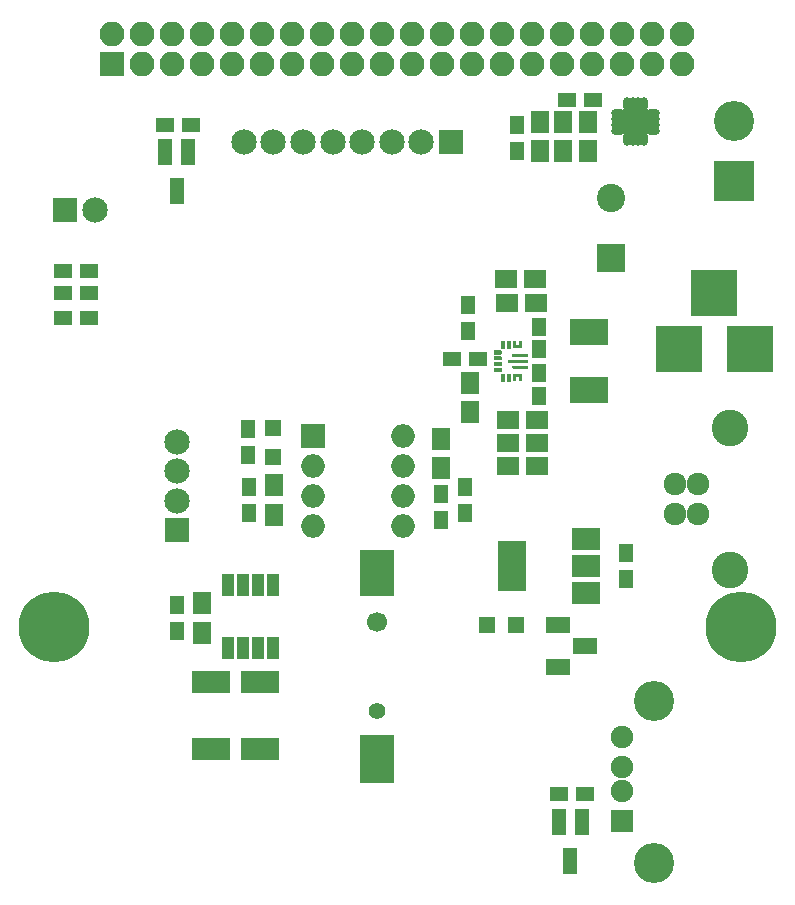
<source format=gbr>
G04 #@! TF.GenerationSoftware,KiCad,Pcbnew,5.0.0-rc2-unknown-03fa645~65~ubuntu16.04.1*
G04 #@! TF.CreationDate,2018-06-29T10:26:33+12:00*
G04 #@! TF.ProjectId,pi-hat,70692D6861742E6B696361645F706362,rev?*
G04 #@! TF.SameCoordinates,Original*
G04 #@! TF.FileFunction,Soldermask,Top*
G04 #@! TF.FilePolarity,Negative*
%FSLAX46Y46*%
G04 Gerber Fmt 4.6, Leading zero omitted, Abs format (unit mm)*
G04 Created by KiCad (PCBNEW 5.0.0-rc2-unknown-03fa645~65~ubuntu16.04.1) date Fri Jun 29 10:26:33 2018*
%MOMM*%
%LPD*%
G01*
G04 APERTURE LIST*
%ADD10R,2.000000X1.400000*%
%ADD11R,3.200000X2.300000*%
%ADD12C,0.100000*%
%ADD13C,0.250000*%
%ADD14C,0.350000*%
%ADD15R,3.000000X4.060000*%
%ADD16R,3.000000X3.940000*%
%ADD17C,1.700000*%
%ADD18C,1.400000*%
%ADD19R,3.250000X1.830000*%
%ADD20R,1.300000X1.600000*%
%ADD21R,1.650000X1.900000*%
%ADD22C,2.400000*%
%ADD23R,2.400000X2.400000*%
%ADD24R,1.900000X1.650000*%
%ADD25R,1.150000X1.600000*%
%ADD26R,1.600000X1.300000*%
%ADD27R,1.400000X1.400000*%
%ADD28C,3.400000*%
%ADD29R,3.400000X3.400000*%
%ADD30R,1.300000X1.300000*%
%ADD31O,0.700000X1.150000*%
%ADD32O,1.150000X0.700000*%
%ADD33R,3.900000X3.900000*%
%ADD34R,2.400000X1.900000*%
%ADD35R,2.400000X4.200000*%
%ADD36O,2.000000X2.000000*%
%ADD37R,2.000000X2.000000*%
%ADD38C,2.150000*%
%ADD39R,2.150000X2.150000*%
%ADD40R,1.000000X1.950000*%
%ADD41O,2.100000X2.100000*%
%ADD42R,2.100000X2.100000*%
%ADD43R,1.200000X2.200000*%
%ADD44C,1.900000*%
%ADD45R,1.900000X1.900000*%
%ADD46C,1.920000*%
%ADD47C,3.100000*%
%ADD48C,6.000000*%
G04 APERTURE END LIST*
D10*
G04 #@! TO.C,SW1*
X146250000Y-156050000D03*
X148550000Y-154300000D03*
X146250000Y-152550000D03*
G04 #@! TD*
D11*
G04 #@! TO.C,L2*
X148835568Y-127729229D03*
X148835568Y-132629229D03*
G04 #@! TD*
D12*
G04 #@! TO.C,U7*
G36*
X143686969Y-129562469D02*
X143691823Y-129563189D01*
X143696582Y-129564381D01*
X143701202Y-129566034D01*
X143705638Y-129568132D01*
X143709847Y-129570655D01*
X143713788Y-129573577D01*
X143717423Y-129576873D01*
X143720719Y-129580508D01*
X143723641Y-129584449D01*
X143726164Y-129588658D01*
X143728262Y-129593094D01*
X143729915Y-129597714D01*
X143731107Y-129602473D01*
X143731827Y-129607327D01*
X143732068Y-129612228D01*
X143732068Y-129762228D01*
X143731827Y-129767129D01*
X143731107Y-129771983D01*
X143729915Y-129776742D01*
X143728262Y-129781362D01*
X143726164Y-129785798D01*
X143723641Y-129790007D01*
X143720719Y-129793948D01*
X143717423Y-129797583D01*
X143713788Y-129800879D01*
X143709847Y-129803801D01*
X143705638Y-129806324D01*
X143701202Y-129808422D01*
X143696582Y-129810075D01*
X143691823Y-129811267D01*
X143686969Y-129811987D01*
X143682068Y-129812228D01*
X142432068Y-129812228D01*
X142427167Y-129811987D01*
X142422313Y-129811267D01*
X142417554Y-129810075D01*
X142412934Y-129808422D01*
X142408498Y-129806324D01*
X142404289Y-129803801D01*
X142400348Y-129800879D01*
X142396713Y-129797583D01*
X142393417Y-129793948D01*
X142390495Y-129790007D01*
X142387972Y-129785798D01*
X142385874Y-129781362D01*
X142384221Y-129776742D01*
X142383029Y-129771983D01*
X142382309Y-129767129D01*
X142382068Y-129762228D01*
X142382068Y-129612228D01*
X142382309Y-129607327D01*
X142383029Y-129602473D01*
X142384221Y-129597714D01*
X142385874Y-129593094D01*
X142387972Y-129588658D01*
X142390495Y-129584449D01*
X142393417Y-129580508D01*
X142396713Y-129576873D01*
X142400348Y-129573577D01*
X142404289Y-129570655D01*
X142408498Y-129568132D01*
X142412934Y-129566034D01*
X142417554Y-129564381D01*
X142422313Y-129563189D01*
X142427167Y-129562469D01*
X142432068Y-129562228D01*
X143682068Y-129562228D01*
X143686969Y-129562469D01*
X143686969Y-129562469D01*
G37*
D13*
X143057068Y-129687228D03*
D12*
G36*
X143686969Y-130062469D02*
X143691823Y-130063189D01*
X143696582Y-130064381D01*
X143701202Y-130066034D01*
X143705638Y-130068132D01*
X143709847Y-130070655D01*
X143713788Y-130073577D01*
X143717423Y-130076873D01*
X143720719Y-130080508D01*
X143723641Y-130084449D01*
X143726164Y-130088658D01*
X143728262Y-130093094D01*
X143729915Y-130097714D01*
X143731107Y-130102473D01*
X143731827Y-130107327D01*
X143732068Y-130112228D01*
X143732068Y-130262228D01*
X143731827Y-130267129D01*
X143731107Y-130271983D01*
X143729915Y-130276742D01*
X143728262Y-130281362D01*
X143726164Y-130285798D01*
X143723641Y-130290007D01*
X143720719Y-130293948D01*
X143717423Y-130297583D01*
X143713788Y-130300879D01*
X143709847Y-130303801D01*
X143705638Y-130306324D01*
X143701202Y-130308422D01*
X143696582Y-130310075D01*
X143691823Y-130311267D01*
X143686969Y-130311987D01*
X143682068Y-130312228D01*
X142082068Y-130312228D01*
X142077167Y-130311987D01*
X142072313Y-130311267D01*
X142067554Y-130310075D01*
X142062934Y-130308422D01*
X142058498Y-130306324D01*
X142054289Y-130303801D01*
X142050348Y-130300879D01*
X142046713Y-130297583D01*
X142043417Y-130293948D01*
X142040495Y-130290007D01*
X142037972Y-130285798D01*
X142035874Y-130281362D01*
X142034221Y-130276742D01*
X142033029Y-130271983D01*
X142032309Y-130267129D01*
X142032068Y-130262228D01*
X142032068Y-130112228D01*
X142032309Y-130107327D01*
X142033029Y-130102473D01*
X142034221Y-130097714D01*
X142035874Y-130093094D01*
X142037972Y-130088658D01*
X142040495Y-130084449D01*
X142043417Y-130080508D01*
X142046713Y-130076873D01*
X142050348Y-130073577D01*
X142054289Y-130070655D01*
X142058498Y-130068132D01*
X142062934Y-130066034D01*
X142067554Y-130064381D01*
X142072313Y-130063189D01*
X142077167Y-130062469D01*
X142082068Y-130062228D01*
X143682068Y-130062228D01*
X143686969Y-130062469D01*
X143686969Y-130062469D01*
G37*
D13*
X142882068Y-130187228D03*
D12*
G36*
X142636969Y-128487469D02*
X142641823Y-128488189D01*
X142646582Y-128489381D01*
X142651202Y-128491034D01*
X142655638Y-128493132D01*
X142659847Y-128495655D01*
X142663788Y-128498577D01*
X142667423Y-128501873D01*
X142670719Y-128505508D01*
X142673641Y-128509449D01*
X142676164Y-128513658D01*
X142678262Y-128518094D01*
X142679915Y-128522714D01*
X142681107Y-128527473D01*
X142681827Y-128532327D01*
X142682068Y-128537228D01*
X142682068Y-129037228D01*
X142681827Y-129042129D01*
X142681107Y-129046983D01*
X142679915Y-129051742D01*
X142678262Y-129056362D01*
X142676164Y-129060798D01*
X142673641Y-129065007D01*
X142670719Y-129068948D01*
X142667423Y-129072583D01*
X142663788Y-129075879D01*
X142659847Y-129078801D01*
X142655638Y-129081324D01*
X142651202Y-129083422D01*
X142646582Y-129085075D01*
X142641823Y-129086267D01*
X142636969Y-129086987D01*
X142632068Y-129087228D01*
X142482068Y-129087228D01*
X142477167Y-129086987D01*
X142472313Y-129086267D01*
X142467554Y-129085075D01*
X142462934Y-129083422D01*
X142458498Y-129081324D01*
X142454289Y-129078801D01*
X142450348Y-129075879D01*
X142446713Y-129072583D01*
X142443417Y-129068948D01*
X142440495Y-129065007D01*
X142437972Y-129060798D01*
X142435874Y-129056362D01*
X142434221Y-129051742D01*
X142433029Y-129046983D01*
X142432309Y-129042129D01*
X142432068Y-129037228D01*
X142432068Y-128537228D01*
X142432309Y-128532327D01*
X142433029Y-128527473D01*
X142434221Y-128522714D01*
X142435874Y-128518094D01*
X142437972Y-128513658D01*
X142440495Y-128509449D01*
X142443417Y-128505508D01*
X142446713Y-128501873D01*
X142450348Y-128498577D01*
X142454289Y-128495655D01*
X142458498Y-128493132D01*
X142462934Y-128491034D01*
X142467554Y-128489381D01*
X142472313Y-128488189D01*
X142477167Y-128487469D01*
X142482068Y-128487228D01*
X142632068Y-128487228D01*
X142636969Y-128487469D01*
X142636969Y-128487469D01*
G37*
D13*
X142557068Y-128787228D03*
D12*
G36*
X143136969Y-128487469D02*
X143141823Y-128488189D01*
X143146582Y-128489381D01*
X143151202Y-128491034D01*
X143155638Y-128493132D01*
X143159847Y-128495655D01*
X143163788Y-128498577D01*
X143167423Y-128501873D01*
X143170719Y-128505508D01*
X143173641Y-128509449D01*
X143176164Y-128513658D01*
X143178262Y-128518094D01*
X143179915Y-128522714D01*
X143181107Y-128527473D01*
X143181827Y-128532327D01*
X143182068Y-128537228D01*
X143182068Y-129037228D01*
X143181827Y-129042129D01*
X143181107Y-129046983D01*
X143179915Y-129051742D01*
X143178262Y-129056362D01*
X143176164Y-129060798D01*
X143173641Y-129065007D01*
X143170719Y-129068948D01*
X143167423Y-129072583D01*
X143163788Y-129075879D01*
X143159847Y-129078801D01*
X143155638Y-129081324D01*
X143151202Y-129083422D01*
X143146582Y-129085075D01*
X143141823Y-129086267D01*
X143136969Y-129086987D01*
X143132068Y-129087228D01*
X142982068Y-129087228D01*
X142977167Y-129086987D01*
X142972313Y-129086267D01*
X142967554Y-129085075D01*
X142962934Y-129083422D01*
X142958498Y-129081324D01*
X142954289Y-129078801D01*
X142950348Y-129075879D01*
X142946713Y-129072583D01*
X142943417Y-129068948D01*
X142940495Y-129065007D01*
X142937972Y-129060798D01*
X142935874Y-129056362D01*
X142934221Y-129051742D01*
X142933029Y-129046983D01*
X142932309Y-129042129D01*
X142932068Y-129037228D01*
X142932068Y-128537228D01*
X142932309Y-128532327D01*
X142933029Y-128527473D01*
X142934221Y-128522714D01*
X142935874Y-128518094D01*
X142937972Y-128513658D01*
X142940495Y-128509449D01*
X142943417Y-128505508D01*
X142946713Y-128501873D01*
X142950348Y-128498577D01*
X142954289Y-128495655D01*
X142958498Y-128493132D01*
X142962934Y-128491034D01*
X142967554Y-128489381D01*
X142972313Y-128488189D01*
X142977167Y-128487469D01*
X142982068Y-128487228D01*
X143132068Y-128487228D01*
X143136969Y-128487469D01*
X143136969Y-128487469D01*
G37*
D13*
X143057068Y-128787228D03*
D12*
G36*
X143061969Y-128837469D02*
X143066823Y-128838189D01*
X143071582Y-128839381D01*
X143076202Y-128841034D01*
X143080638Y-128843132D01*
X143084847Y-128845655D01*
X143088788Y-128848577D01*
X143092423Y-128851873D01*
X143095719Y-128855508D01*
X143098641Y-128859449D01*
X143101164Y-128863658D01*
X143103262Y-128868094D01*
X143104915Y-128872714D01*
X143106107Y-128877473D01*
X143106827Y-128882327D01*
X143107068Y-128887228D01*
X143107068Y-129037228D01*
X143106827Y-129042129D01*
X143106107Y-129046983D01*
X143104915Y-129051742D01*
X143103262Y-129056362D01*
X143101164Y-129060798D01*
X143098641Y-129065007D01*
X143095719Y-129068948D01*
X143092423Y-129072583D01*
X143088788Y-129075879D01*
X143084847Y-129078801D01*
X143080638Y-129081324D01*
X143076202Y-129083422D01*
X143071582Y-129085075D01*
X143066823Y-129086267D01*
X143061969Y-129086987D01*
X143057068Y-129087228D01*
X142557068Y-129087228D01*
X142552167Y-129086987D01*
X142547313Y-129086267D01*
X142542554Y-129085075D01*
X142537934Y-129083422D01*
X142533498Y-129081324D01*
X142529289Y-129078801D01*
X142525348Y-129075879D01*
X142521713Y-129072583D01*
X142518417Y-129068948D01*
X142515495Y-129065007D01*
X142512972Y-129060798D01*
X142510874Y-129056362D01*
X142509221Y-129051742D01*
X142508029Y-129046983D01*
X142507309Y-129042129D01*
X142507068Y-129037228D01*
X142507068Y-128887228D01*
X142507309Y-128882327D01*
X142508029Y-128877473D01*
X142509221Y-128872714D01*
X142510874Y-128868094D01*
X142512972Y-128863658D01*
X142515495Y-128859449D01*
X142518417Y-128855508D01*
X142521713Y-128851873D01*
X142525348Y-128848577D01*
X142529289Y-128845655D01*
X142533498Y-128843132D01*
X142537934Y-128841034D01*
X142542554Y-128839381D01*
X142547313Y-128838189D01*
X142552167Y-128837469D01*
X142557068Y-128837228D01*
X143057068Y-128837228D01*
X143061969Y-128837469D01*
X143061969Y-128837469D01*
G37*
D13*
X142807068Y-128962228D03*
D12*
G36*
X143061969Y-131287469D02*
X143066823Y-131288189D01*
X143071582Y-131289381D01*
X143076202Y-131291034D01*
X143080638Y-131293132D01*
X143084847Y-131295655D01*
X143088788Y-131298577D01*
X143092423Y-131301873D01*
X143095719Y-131305508D01*
X143098641Y-131309449D01*
X143101164Y-131313658D01*
X143103262Y-131318094D01*
X143104915Y-131322714D01*
X143106107Y-131327473D01*
X143106827Y-131332327D01*
X143107068Y-131337228D01*
X143107068Y-131487228D01*
X143106827Y-131492129D01*
X143106107Y-131496983D01*
X143104915Y-131501742D01*
X143103262Y-131506362D01*
X143101164Y-131510798D01*
X143098641Y-131515007D01*
X143095719Y-131518948D01*
X143092423Y-131522583D01*
X143088788Y-131525879D01*
X143084847Y-131528801D01*
X143080638Y-131531324D01*
X143076202Y-131533422D01*
X143071582Y-131535075D01*
X143066823Y-131536267D01*
X143061969Y-131536987D01*
X143057068Y-131537228D01*
X142557068Y-131537228D01*
X142552167Y-131536987D01*
X142547313Y-131536267D01*
X142542554Y-131535075D01*
X142537934Y-131533422D01*
X142533498Y-131531324D01*
X142529289Y-131528801D01*
X142525348Y-131525879D01*
X142521713Y-131522583D01*
X142518417Y-131518948D01*
X142515495Y-131515007D01*
X142512972Y-131510798D01*
X142510874Y-131506362D01*
X142509221Y-131501742D01*
X142508029Y-131496983D01*
X142507309Y-131492129D01*
X142507068Y-131487228D01*
X142507068Y-131337228D01*
X142507309Y-131332327D01*
X142508029Y-131327473D01*
X142509221Y-131322714D01*
X142510874Y-131318094D01*
X142512972Y-131313658D01*
X142515495Y-131309449D01*
X142518417Y-131305508D01*
X142521713Y-131301873D01*
X142525348Y-131298577D01*
X142529289Y-131295655D01*
X142533498Y-131293132D01*
X142537934Y-131291034D01*
X142542554Y-131289381D01*
X142547313Y-131288189D01*
X142552167Y-131287469D01*
X142557068Y-131287228D01*
X143057068Y-131287228D01*
X143061969Y-131287469D01*
X143061969Y-131287469D01*
G37*
D13*
X142807068Y-131412228D03*
D12*
G36*
X141668929Y-128437565D02*
X141675724Y-128438573D01*
X141682388Y-128440242D01*
X141688856Y-128442556D01*
X141695066Y-128445494D01*
X141700958Y-128449025D01*
X141706476Y-128453117D01*
X141711565Y-128457731D01*
X141716179Y-128462820D01*
X141720271Y-128468338D01*
X141723802Y-128474230D01*
X141726740Y-128480440D01*
X141729054Y-128486908D01*
X141730723Y-128493572D01*
X141731731Y-128500367D01*
X141732068Y-128507228D01*
X141732068Y-129067228D01*
X141731731Y-129074089D01*
X141730723Y-129080884D01*
X141729054Y-129087548D01*
X141726740Y-129094016D01*
X141723802Y-129100226D01*
X141720271Y-129106118D01*
X141716179Y-129111636D01*
X141711565Y-129116725D01*
X141706476Y-129121339D01*
X141700958Y-129125431D01*
X141695066Y-129128962D01*
X141688856Y-129131900D01*
X141682388Y-129134214D01*
X141675724Y-129135883D01*
X141668929Y-129136891D01*
X141662068Y-129137228D01*
X141452068Y-129137228D01*
X141445207Y-129136891D01*
X141438412Y-129135883D01*
X141431748Y-129134214D01*
X141425280Y-129131900D01*
X141419070Y-129128962D01*
X141413178Y-129125431D01*
X141407660Y-129121339D01*
X141402571Y-129116725D01*
X141397957Y-129111636D01*
X141393865Y-129106118D01*
X141390334Y-129100226D01*
X141387396Y-129094016D01*
X141385082Y-129087548D01*
X141383413Y-129080884D01*
X141382405Y-129074089D01*
X141382068Y-129067228D01*
X141382068Y-128507228D01*
X141382405Y-128500367D01*
X141383413Y-128493572D01*
X141385082Y-128486908D01*
X141387396Y-128480440D01*
X141390334Y-128474230D01*
X141393865Y-128468338D01*
X141397957Y-128462820D01*
X141402571Y-128457731D01*
X141407660Y-128453117D01*
X141413178Y-128449025D01*
X141419070Y-128445494D01*
X141425280Y-128442556D01*
X141431748Y-128440242D01*
X141438412Y-128438573D01*
X141445207Y-128437565D01*
X141452068Y-128437228D01*
X141662068Y-128437228D01*
X141668929Y-128437565D01*
X141668929Y-128437565D01*
G37*
D14*
X141557068Y-128787228D03*
D12*
G36*
X142168929Y-128437565D02*
X142175724Y-128438573D01*
X142182388Y-128440242D01*
X142188856Y-128442556D01*
X142195066Y-128445494D01*
X142200958Y-128449025D01*
X142206476Y-128453117D01*
X142211565Y-128457731D01*
X142216179Y-128462820D01*
X142220271Y-128468338D01*
X142223802Y-128474230D01*
X142226740Y-128480440D01*
X142229054Y-128486908D01*
X142230723Y-128493572D01*
X142231731Y-128500367D01*
X142232068Y-128507228D01*
X142232068Y-129067228D01*
X142231731Y-129074089D01*
X142230723Y-129080884D01*
X142229054Y-129087548D01*
X142226740Y-129094016D01*
X142223802Y-129100226D01*
X142220271Y-129106118D01*
X142216179Y-129111636D01*
X142211565Y-129116725D01*
X142206476Y-129121339D01*
X142200958Y-129125431D01*
X142195066Y-129128962D01*
X142188856Y-129131900D01*
X142182388Y-129134214D01*
X142175724Y-129135883D01*
X142168929Y-129136891D01*
X142162068Y-129137228D01*
X141952068Y-129137228D01*
X141945207Y-129136891D01*
X141938412Y-129135883D01*
X141931748Y-129134214D01*
X141925280Y-129131900D01*
X141919070Y-129128962D01*
X141913178Y-129125431D01*
X141907660Y-129121339D01*
X141902571Y-129116725D01*
X141897957Y-129111636D01*
X141893865Y-129106118D01*
X141890334Y-129100226D01*
X141887396Y-129094016D01*
X141885082Y-129087548D01*
X141883413Y-129080884D01*
X141882405Y-129074089D01*
X141882068Y-129067228D01*
X141882068Y-128507228D01*
X141882405Y-128500367D01*
X141883413Y-128493572D01*
X141885082Y-128486908D01*
X141887396Y-128480440D01*
X141890334Y-128474230D01*
X141893865Y-128468338D01*
X141897957Y-128462820D01*
X141902571Y-128457731D01*
X141907660Y-128453117D01*
X141913178Y-128449025D01*
X141919070Y-128445494D01*
X141925280Y-128442556D01*
X141931748Y-128440242D01*
X141938412Y-128438573D01*
X141945207Y-128437565D01*
X141952068Y-128437228D01*
X142162068Y-128437228D01*
X142168929Y-128437565D01*
X142168929Y-128437565D01*
G37*
D14*
X142057068Y-128787228D03*
D12*
G36*
X143686969Y-130562469D02*
X143691823Y-130563189D01*
X143696582Y-130564381D01*
X143701202Y-130566034D01*
X143705638Y-130568132D01*
X143709847Y-130570655D01*
X143713788Y-130573577D01*
X143717423Y-130576873D01*
X143720719Y-130580508D01*
X143723641Y-130584449D01*
X143726164Y-130588658D01*
X143728262Y-130593094D01*
X143729915Y-130597714D01*
X143731107Y-130602473D01*
X143731827Y-130607327D01*
X143732068Y-130612228D01*
X143732068Y-130762228D01*
X143731827Y-130767129D01*
X143731107Y-130771983D01*
X143729915Y-130776742D01*
X143728262Y-130781362D01*
X143726164Y-130785798D01*
X143723641Y-130790007D01*
X143720719Y-130793948D01*
X143717423Y-130797583D01*
X143713788Y-130800879D01*
X143709847Y-130803801D01*
X143705638Y-130806324D01*
X143701202Y-130808422D01*
X143696582Y-130810075D01*
X143691823Y-130811267D01*
X143686969Y-130811987D01*
X143682068Y-130812228D01*
X142432068Y-130812228D01*
X142427167Y-130811987D01*
X142422313Y-130811267D01*
X142417554Y-130810075D01*
X142412934Y-130808422D01*
X142408498Y-130806324D01*
X142404289Y-130803801D01*
X142400348Y-130800879D01*
X142396713Y-130797583D01*
X142393417Y-130793948D01*
X142390495Y-130790007D01*
X142387972Y-130785798D01*
X142385874Y-130781362D01*
X142384221Y-130776742D01*
X142383029Y-130771983D01*
X142382309Y-130767129D01*
X142382068Y-130762228D01*
X142382068Y-130612228D01*
X142382309Y-130607327D01*
X142383029Y-130602473D01*
X142384221Y-130597714D01*
X142385874Y-130593094D01*
X142387972Y-130588658D01*
X142390495Y-130584449D01*
X142393417Y-130580508D01*
X142396713Y-130576873D01*
X142400348Y-130573577D01*
X142404289Y-130570655D01*
X142408498Y-130568132D01*
X142412934Y-130566034D01*
X142417554Y-130564381D01*
X142422313Y-130563189D01*
X142427167Y-130562469D01*
X142432068Y-130562228D01*
X143682068Y-130562228D01*
X143686969Y-130562469D01*
X143686969Y-130562469D01*
G37*
D13*
X143057068Y-130687228D03*
D12*
G36*
X143136969Y-131287469D02*
X143141823Y-131288189D01*
X143146582Y-131289381D01*
X143151202Y-131291034D01*
X143155638Y-131293132D01*
X143159847Y-131295655D01*
X143163788Y-131298577D01*
X143167423Y-131301873D01*
X143170719Y-131305508D01*
X143173641Y-131309449D01*
X143176164Y-131313658D01*
X143178262Y-131318094D01*
X143179915Y-131322714D01*
X143181107Y-131327473D01*
X143181827Y-131332327D01*
X143182068Y-131337228D01*
X143182068Y-131837228D01*
X143181827Y-131842129D01*
X143181107Y-131846983D01*
X143179915Y-131851742D01*
X143178262Y-131856362D01*
X143176164Y-131860798D01*
X143173641Y-131865007D01*
X143170719Y-131868948D01*
X143167423Y-131872583D01*
X143163788Y-131875879D01*
X143159847Y-131878801D01*
X143155638Y-131881324D01*
X143151202Y-131883422D01*
X143146582Y-131885075D01*
X143141823Y-131886267D01*
X143136969Y-131886987D01*
X143132068Y-131887228D01*
X142982068Y-131887228D01*
X142977167Y-131886987D01*
X142972313Y-131886267D01*
X142967554Y-131885075D01*
X142962934Y-131883422D01*
X142958498Y-131881324D01*
X142954289Y-131878801D01*
X142950348Y-131875879D01*
X142946713Y-131872583D01*
X142943417Y-131868948D01*
X142940495Y-131865007D01*
X142937972Y-131860798D01*
X142935874Y-131856362D01*
X142934221Y-131851742D01*
X142933029Y-131846983D01*
X142932309Y-131842129D01*
X142932068Y-131837228D01*
X142932068Y-131337228D01*
X142932309Y-131332327D01*
X142933029Y-131327473D01*
X142934221Y-131322714D01*
X142935874Y-131318094D01*
X142937972Y-131313658D01*
X142940495Y-131309449D01*
X142943417Y-131305508D01*
X142946713Y-131301873D01*
X142950348Y-131298577D01*
X142954289Y-131295655D01*
X142958498Y-131293132D01*
X142962934Y-131291034D01*
X142967554Y-131289381D01*
X142972313Y-131288189D01*
X142977167Y-131287469D01*
X142982068Y-131287228D01*
X143132068Y-131287228D01*
X143136969Y-131287469D01*
X143136969Y-131287469D01*
G37*
D13*
X143057068Y-131587228D03*
D12*
G36*
X142636969Y-131287469D02*
X142641823Y-131288189D01*
X142646582Y-131289381D01*
X142651202Y-131291034D01*
X142655638Y-131293132D01*
X142659847Y-131295655D01*
X142663788Y-131298577D01*
X142667423Y-131301873D01*
X142670719Y-131305508D01*
X142673641Y-131309449D01*
X142676164Y-131313658D01*
X142678262Y-131318094D01*
X142679915Y-131322714D01*
X142681107Y-131327473D01*
X142681827Y-131332327D01*
X142682068Y-131337228D01*
X142682068Y-131837228D01*
X142681827Y-131842129D01*
X142681107Y-131846983D01*
X142679915Y-131851742D01*
X142678262Y-131856362D01*
X142676164Y-131860798D01*
X142673641Y-131865007D01*
X142670719Y-131868948D01*
X142667423Y-131872583D01*
X142663788Y-131875879D01*
X142659847Y-131878801D01*
X142655638Y-131881324D01*
X142651202Y-131883422D01*
X142646582Y-131885075D01*
X142641823Y-131886267D01*
X142636969Y-131886987D01*
X142632068Y-131887228D01*
X142482068Y-131887228D01*
X142477167Y-131886987D01*
X142472313Y-131886267D01*
X142467554Y-131885075D01*
X142462934Y-131883422D01*
X142458498Y-131881324D01*
X142454289Y-131878801D01*
X142450348Y-131875879D01*
X142446713Y-131872583D01*
X142443417Y-131868948D01*
X142440495Y-131865007D01*
X142437972Y-131860798D01*
X142435874Y-131856362D01*
X142434221Y-131851742D01*
X142433029Y-131846983D01*
X142432309Y-131842129D01*
X142432068Y-131837228D01*
X142432068Y-131337228D01*
X142432309Y-131332327D01*
X142433029Y-131327473D01*
X142434221Y-131322714D01*
X142435874Y-131318094D01*
X142437972Y-131313658D01*
X142440495Y-131309449D01*
X142443417Y-131305508D01*
X142446713Y-131301873D01*
X142450348Y-131298577D01*
X142454289Y-131295655D01*
X142458498Y-131293132D01*
X142462934Y-131291034D01*
X142467554Y-131289381D01*
X142472313Y-131288189D01*
X142477167Y-131287469D01*
X142482068Y-131287228D01*
X142632068Y-131287228D01*
X142636969Y-131287469D01*
X142636969Y-131287469D01*
G37*
D13*
X142557068Y-131587228D03*
D12*
G36*
X142168929Y-131237565D02*
X142175724Y-131238573D01*
X142182388Y-131240242D01*
X142188856Y-131242556D01*
X142195066Y-131245494D01*
X142200958Y-131249025D01*
X142206476Y-131253117D01*
X142211565Y-131257731D01*
X142216179Y-131262820D01*
X142220271Y-131268338D01*
X142223802Y-131274230D01*
X142226740Y-131280440D01*
X142229054Y-131286908D01*
X142230723Y-131293572D01*
X142231731Y-131300367D01*
X142232068Y-131307228D01*
X142232068Y-131867228D01*
X142231731Y-131874089D01*
X142230723Y-131880884D01*
X142229054Y-131887548D01*
X142226740Y-131894016D01*
X142223802Y-131900226D01*
X142220271Y-131906118D01*
X142216179Y-131911636D01*
X142211565Y-131916725D01*
X142206476Y-131921339D01*
X142200958Y-131925431D01*
X142195066Y-131928962D01*
X142188856Y-131931900D01*
X142182388Y-131934214D01*
X142175724Y-131935883D01*
X142168929Y-131936891D01*
X142162068Y-131937228D01*
X141952068Y-131937228D01*
X141945207Y-131936891D01*
X141938412Y-131935883D01*
X141931748Y-131934214D01*
X141925280Y-131931900D01*
X141919070Y-131928962D01*
X141913178Y-131925431D01*
X141907660Y-131921339D01*
X141902571Y-131916725D01*
X141897957Y-131911636D01*
X141893865Y-131906118D01*
X141890334Y-131900226D01*
X141887396Y-131894016D01*
X141885082Y-131887548D01*
X141883413Y-131880884D01*
X141882405Y-131874089D01*
X141882068Y-131867228D01*
X141882068Y-131307228D01*
X141882405Y-131300367D01*
X141883413Y-131293572D01*
X141885082Y-131286908D01*
X141887396Y-131280440D01*
X141890334Y-131274230D01*
X141893865Y-131268338D01*
X141897957Y-131262820D01*
X141902571Y-131257731D01*
X141907660Y-131253117D01*
X141913178Y-131249025D01*
X141919070Y-131245494D01*
X141925280Y-131242556D01*
X141931748Y-131240242D01*
X141938412Y-131238573D01*
X141945207Y-131237565D01*
X141952068Y-131237228D01*
X142162068Y-131237228D01*
X142168929Y-131237565D01*
X142168929Y-131237565D01*
G37*
D14*
X142057068Y-131587228D03*
D12*
G36*
X141668929Y-131237565D02*
X141675724Y-131238573D01*
X141682388Y-131240242D01*
X141688856Y-131242556D01*
X141695066Y-131245494D01*
X141700958Y-131249025D01*
X141706476Y-131253117D01*
X141711565Y-131257731D01*
X141716179Y-131262820D01*
X141720271Y-131268338D01*
X141723802Y-131274230D01*
X141726740Y-131280440D01*
X141729054Y-131286908D01*
X141730723Y-131293572D01*
X141731731Y-131300367D01*
X141732068Y-131307228D01*
X141732068Y-131867228D01*
X141731731Y-131874089D01*
X141730723Y-131880884D01*
X141729054Y-131887548D01*
X141726740Y-131894016D01*
X141723802Y-131900226D01*
X141720271Y-131906118D01*
X141716179Y-131911636D01*
X141711565Y-131916725D01*
X141706476Y-131921339D01*
X141700958Y-131925431D01*
X141695066Y-131928962D01*
X141688856Y-131931900D01*
X141682388Y-131934214D01*
X141675724Y-131935883D01*
X141668929Y-131936891D01*
X141662068Y-131937228D01*
X141452068Y-131937228D01*
X141445207Y-131936891D01*
X141438412Y-131935883D01*
X141431748Y-131934214D01*
X141425280Y-131931900D01*
X141419070Y-131928962D01*
X141413178Y-131925431D01*
X141407660Y-131921339D01*
X141402571Y-131916725D01*
X141397957Y-131911636D01*
X141393865Y-131906118D01*
X141390334Y-131900226D01*
X141387396Y-131894016D01*
X141385082Y-131887548D01*
X141383413Y-131880884D01*
X141382405Y-131874089D01*
X141382068Y-131867228D01*
X141382068Y-131307228D01*
X141382405Y-131300367D01*
X141383413Y-131293572D01*
X141385082Y-131286908D01*
X141387396Y-131280440D01*
X141390334Y-131274230D01*
X141393865Y-131268338D01*
X141397957Y-131262820D01*
X141402571Y-131257731D01*
X141407660Y-131253117D01*
X141413178Y-131249025D01*
X141419070Y-131245494D01*
X141425280Y-131242556D01*
X141431748Y-131240242D01*
X141438412Y-131238573D01*
X141445207Y-131237565D01*
X141452068Y-131237228D01*
X141662068Y-131237228D01*
X141668929Y-131237565D01*
X141668929Y-131237565D01*
G37*
D14*
X141557068Y-131587228D03*
D12*
G36*
X141418929Y-130762565D02*
X141425724Y-130763573D01*
X141432388Y-130765242D01*
X141438856Y-130767556D01*
X141445066Y-130770494D01*
X141450958Y-130774025D01*
X141456476Y-130778117D01*
X141461565Y-130782731D01*
X141466179Y-130787820D01*
X141470271Y-130793338D01*
X141473802Y-130799230D01*
X141476740Y-130805440D01*
X141479054Y-130811908D01*
X141480723Y-130818572D01*
X141481731Y-130825367D01*
X141482068Y-130832228D01*
X141482068Y-131042228D01*
X141481731Y-131049089D01*
X141480723Y-131055884D01*
X141479054Y-131062548D01*
X141476740Y-131069016D01*
X141473802Y-131075226D01*
X141470271Y-131081118D01*
X141466179Y-131086636D01*
X141461565Y-131091725D01*
X141456476Y-131096339D01*
X141450958Y-131100431D01*
X141445066Y-131103962D01*
X141438856Y-131106900D01*
X141432388Y-131109214D01*
X141425724Y-131110883D01*
X141418929Y-131111891D01*
X141412068Y-131112228D01*
X140852068Y-131112228D01*
X140845207Y-131111891D01*
X140838412Y-131110883D01*
X140831748Y-131109214D01*
X140825280Y-131106900D01*
X140819070Y-131103962D01*
X140813178Y-131100431D01*
X140807660Y-131096339D01*
X140802571Y-131091725D01*
X140797957Y-131086636D01*
X140793865Y-131081118D01*
X140790334Y-131075226D01*
X140787396Y-131069016D01*
X140785082Y-131062548D01*
X140783413Y-131055884D01*
X140782405Y-131049089D01*
X140782068Y-131042228D01*
X140782068Y-130832228D01*
X140782405Y-130825367D01*
X140783413Y-130818572D01*
X140785082Y-130811908D01*
X140787396Y-130805440D01*
X140790334Y-130799230D01*
X140793865Y-130793338D01*
X140797957Y-130787820D01*
X140802571Y-130782731D01*
X140807660Y-130778117D01*
X140813178Y-130774025D01*
X140819070Y-130770494D01*
X140825280Y-130767556D01*
X140831748Y-130765242D01*
X140838412Y-130763573D01*
X140845207Y-130762565D01*
X140852068Y-130762228D01*
X141412068Y-130762228D01*
X141418929Y-130762565D01*
X141418929Y-130762565D01*
G37*
D14*
X141132068Y-130937228D03*
D12*
G36*
X141418929Y-130262565D02*
X141425724Y-130263573D01*
X141432388Y-130265242D01*
X141438856Y-130267556D01*
X141445066Y-130270494D01*
X141450958Y-130274025D01*
X141456476Y-130278117D01*
X141461565Y-130282731D01*
X141466179Y-130287820D01*
X141470271Y-130293338D01*
X141473802Y-130299230D01*
X141476740Y-130305440D01*
X141479054Y-130311908D01*
X141480723Y-130318572D01*
X141481731Y-130325367D01*
X141482068Y-130332228D01*
X141482068Y-130542228D01*
X141481731Y-130549089D01*
X141480723Y-130555884D01*
X141479054Y-130562548D01*
X141476740Y-130569016D01*
X141473802Y-130575226D01*
X141470271Y-130581118D01*
X141466179Y-130586636D01*
X141461565Y-130591725D01*
X141456476Y-130596339D01*
X141450958Y-130600431D01*
X141445066Y-130603962D01*
X141438856Y-130606900D01*
X141432388Y-130609214D01*
X141425724Y-130610883D01*
X141418929Y-130611891D01*
X141412068Y-130612228D01*
X140852068Y-130612228D01*
X140845207Y-130611891D01*
X140838412Y-130610883D01*
X140831748Y-130609214D01*
X140825280Y-130606900D01*
X140819070Y-130603962D01*
X140813178Y-130600431D01*
X140807660Y-130596339D01*
X140802571Y-130591725D01*
X140797957Y-130586636D01*
X140793865Y-130581118D01*
X140790334Y-130575226D01*
X140787396Y-130569016D01*
X140785082Y-130562548D01*
X140783413Y-130555884D01*
X140782405Y-130549089D01*
X140782068Y-130542228D01*
X140782068Y-130332228D01*
X140782405Y-130325367D01*
X140783413Y-130318572D01*
X140785082Y-130311908D01*
X140787396Y-130305440D01*
X140790334Y-130299230D01*
X140793865Y-130293338D01*
X140797957Y-130287820D01*
X140802571Y-130282731D01*
X140807660Y-130278117D01*
X140813178Y-130274025D01*
X140819070Y-130270494D01*
X140825280Y-130267556D01*
X140831748Y-130265242D01*
X140838412Y-130263573D01*
X140845207Y-130262565D01*
X140852068Y-130262228D01*
X141412068Y-130262228D01*
X141418929Y-130262565D01*
X141418929Y-130262565D01*
G37*
D14*
X141132068Y-130437228D03*
D12*
G36*
X141418929Y-129762565D02*
X141425724Y-129763573D01*
X141432388Y-129765242D01*
X141438856Y-129767556D01*
X141445066Y-129770494D01*
X141450958Y-129774025D01*
X141456476Y-129778117D01*
X141461565Y-129782731D01*
X141466179Y-129787820D01*
X141470271Y-129793338D01*
X141473802Y-129799230D01*
X141476740Y-129805440D01*
X141479054Y-129811908D01*
X141480723Y-129818572D01*
X141481731Y-129825367D01*
X141482068Y-129832228D01*
X141482068Y-130042228D01*
X141481731Y-130049089D01*
X141480723Y-130055884D01*
X141479054Y-130062548D01*
X141476740Y-130069016D01*
X141473802Y-130075226D01*
X141470271Y-130081118D01*
X141466179Y-130086636D01*
X141461565Y-130091725D01*
X141456476Y-130096339D01*
X141450958Y-130100431D01*
X141445066Y-130103962D01*
X141438856Y-130106900D01*
X141432388Y-130109214D01*
X141425724Y-130110883D01*
X141418929Y-130111891D01*
X141412068Y-130112228D01*
X140852068Y-130112228D01*
X140845207Y-130111891D01*
X140838412Y-130110883D01*
X140831748Y-130109214D01*
X140825280Y-130106900D01*
X140819070Y-130103962D01*
X140813178Y-130100431D01*
X140807660Y-130096339D01*
X140802571Y-130091725D01*
X140797957Y-130086636D01*
X140793865Y-130081118D01*
X140790334Y-130075226D01*
X140787396Y-130069016D01*
X140785082Y-130062548D01*
X140783413Y-130055884D01*
X140782405Y-130049089D01*
X140782068Y-130042228D01*
X140782068Y-129832228D01*
X140782405Y-129825367D01*
X140783413Y-129818572D01*
X140785082Y-129811908D01*
X140787396Y-129805440D01*
X140790334Y-129799230D01*
X140793865Y-129793338D01*
X140797957Y-129787820D01*
X140802571Y-129782731D01*
X140807660Y-129778117D01*
X140813178Y-129774025D01*
X140819070Y-129770494D01*
X140825280Y-129767556D01*
X140831748Y-129765242D01*
X140838412Y-129763573D01*
X140845207Y-129762565D01*
X140852068Y-129762228D01*
X141412068Y-129762228D01*
X141418929Y-129762565D01*
X141418929Y-129762565D01*
G37*
D14*
X141132068Y-129937228D03*
D12*
G36*
X141418929Y-129262565D02*
X141425724Y-129263573D01*
X141432388Y-129265242D01*
X141438856Y-129267556D01*
X141445066Y-129270494D01*
X141450958Y-129274025D01*
X141456476Y-129278117D01*
X141461565Y-129282731D01*
X141466179Y-129287820D01*
X141470271Y-129293338D01*
X141473802Y-129299230D01*
X141476740Y-129305440D01*
X141479054Y-129311908D01*
X141480723Y-129318572D01*
X141481731Y-129325367D01*
X141482068Y-129332228D01*
X141482068Y-129542228D01*
X141481731Y-129549089D01*
X141480723Y-129555884D01*
X141479054Y-129562548D01*
X141476740Y-129569016D01*
X141473802Y-129575226D01*
X141470271Y-129581118D01*
X141466179Y-129586636D01*
X141461565Y-129591725D01*
X141456476Y-129596339D01*
X141450958Y-129600431D01*
X141445066Y-129603962D01*
X141438856Y-129606900D01*
X141432388Y-129609214D01*
X141425724Y-129610883D01*
X141418929Y-129611891D01*
X141412068Y-129612228D01*
X140852068Y-129612228D01*
X140845207Y-129611891D01*
X140838412Y-129610883D01*
X140831748Y-129609214D01*
X140825280Y-129606900D01*
X140819070Y-129603962D01*
X140813178Y-129600431D01*
X140807660Y-129596339D01*
X140802571Y-129591725D01*
X140797957Y-129586636D01*
X140793865Y-129581118D01*
X140790334Y-129575226D01*
X140787396Y-129569016D01*
X140785082Y-129562548D01*
X140783413Y-129555884D01*
X140782405Y-129549089D01*
X140782068Y-129542228D01*
X140782068Y-129332228D01*
X140782405Y-129325367D01*
X140783413Y-129318572D01*
X140785082Y-129311908D01*
X140787396Y-129305440D01*
X140790334Y-129299230D01*
X140793865Y-129293338D01*
X140797957Y-129287820D01*
X140802571Y-129282731D01*
X140807660Y-129278117D01*
X140813178Y-129274025D01*
X140819070Y-129270494D01*
X140825280Y-129267556D01*
X140831748Y-129265242D01*
X140838412Y-129263573D01*
X140845207Y-129262565D01*
X140852068Y-129262228D01*
X141412068Y-129262228D01*
X141418929Y-129262565D01*
X141418929Y-129262565D01*
G37*
D14*
X141132068Y-129437228D03*
G04 #@! TD*
D15*
G04 #@! TO.C,BT2*
X130900000Y-163870000D03*
D16*
X130900000Y-148070000D03*
D17*
X130900000Y-152300000D03*
D18*
X130900000Y-159800000D03*
G04 #@! TD*
D19*
G04 #@! TO.C,Y2*
X121050000Y-157370000D03*
X121050000Y-163000000D03*
X116900000Y-163000000D03*
X116900000Y-157370000D03*
G04 #@! TD*
D20*
G04 #@! TO.C,R16*
X113950000Y-150849999D03*
X113950000Y-153049999D03*
G04 #@! TD*
D21*
G04 #@! TO.C,C1*
X122200000Y-143200000D03*
X122200000Y-140700000D03*
G04 #@! TD*
D22*
G04 #@! TO.C,C11*
X150700000Y-116400000D03*
D23*
X150700000Y-121400000D03*
G04 #@! TD*
D24*
G04 #@! TO.C,C13*
X144477568Y-137103228D03*
X141977568Y-137103228D03*
G04 #@! TD*
G04 #@! TO.C,C14*
X144477569Y-135134728D03*
X141977569Y-135134728D03*
G04 #@! TD*
G04 #@! TO.C,C15*
X144477569Y-139071728D03*
X141977569Y-139071728D03*
G04 #@! TD*
D21*
G04 #@! TO.C,C16*
X138800000Y-134500000D03*
X138800000Y-132000000D03*
G04 #@! TD*
D25*
G04 #@! TO.C,C17*
X144644568Y-131197728D03*
X144644568Y-133097728D03*
G04 #@! TD*
G04 #@! TO.C,C18*
X144644569Y-129160728D03*
X144644569Y-127260728D03*
G04 #@! TD*
D24*
G04 #@! TO.C,C19*
X144414068Y-125228729D03*
X141914068Y-125228729D03*
G04 #@! TD*
G04 #@! TO.C,C20*
X144300000Y-123200000D03*
X141800000Y-123200000D03*
G04 #@! TD*
D26*
G04 #@! TO.C,D1*
X104300000Y-126500000D03*
X106500000Y-126500000D03*
G04 #@! TD*
D20*
G04 #@! TO.C,D2*
X136300000Y-141400000D03*
X136300000Y-143600000D03*
G04 #@! TD*
D27*
G04 #@! TO.C,D3*
X122100000Y-138300000D03*
X122100000Y-135800000D03*
G04 #@! TD*
G04 #@! TO.C,D4*
X140200000Y-152500000D03*
X142700000Y-152500000D03*
G04 #@! TD*
D28*
G04 #@! TO.C,J6*
X161150000Y-109870000D03*
D29*
X161150000Y-114950000D03*
G04 #@! TD*
D20*
G04 #@! TO.C,R1*
X120000000Y-138100000D03*
X120000000Y-135900000D03*
G04 #@! TD*
D26*
G04 #@! TO.C,R2*
X104300000Y-122500000D03*
X106500000Y-122500000D03*
G04 #@! TD*
G04 #@! TO.C,R3*
X104300000Y-124400000D03*
X106500000Y-124400000D03*
G04 #@! TD*
D20*
G04 #@! TO.C,R4*
X120100000Y-143000000D03*
X120100000Y-140800000D03*
G04 #@! TD*
G04 #@! TO.C,R6*
X138400000Y-140800001D03*
X138400000Y-143000001D03*
G04 #@! TD*
D26*
G04 #@! TO.C,R7*
X147000000Y-108050000D03*
X149200000Y-108050000D03*
G04 #@! TD*
G04 #@! TO.C,R8*
X112942500Y-110150000D03*
X115142500Y-110150000D03*
G04 #@! TD*
D20*
G04 #@! TO.C,R9*
X152000000Y-146400000D03*
X152000000Y-148600000D03*
G04 #@! TD*
G04 #@! TO.C,R12*
X142800000Y-112350000D03*
X142800000Y-110150000D03*
G04 #@! TD*
D26*
G04 #@! TO.C,R15*
X146300000Y-166800000D03*
X148500000Y-166800000D03*
G04 #@! TD*
G04 #@! TO.C,R17*
X139500000Y-130000000D03*
X137300000Y-130000000D03*
G04 #@! TD*
D20*
G04 #@! TO.C,R18*
X138600000Y-127600000D03*
X138600000Y-125400000D03*
G04 #@! TD*
D30*
G04 #@! TO.C,U2*
X152350000Y-109450000D03*
X152350000Y-110350000D03*
X153250000Y-109450000D03*
X153250000Y-110350000D03*
D31*
X152050000Y-108425000D03*
X152550000Y-108425000D03*
X153050000Y-108425000D03*
X153550000Y-108425000D03*
D32*
X154275000Y-109150000D03*
X154275000Y-109650000D03*
X154275000Y-110150000D03*
X154275000Y-110650000D03*
D31*
X153550000Y-111375000D03*
X153050000Y-111375000D03*
X152550000Y-111375000D03*
X152050000Y-111375000D03*
D32*
X151325000Y-110650000D03*
X151325000Y-110150000D03*
X151325000Y-109650000D03*
X151325000Y-109150000D03*
G04 #@! TD*
D33*
G04 #@! TO.C,J3*
X159484000Y-124416000D03*
X162484000Y-129116000D03*
X156484000Y-129116000D03*
G04 #@! TD*
D34*
G04 #@! TO.C,Q3*
X148650000Y-149800000D03*
X148650000Y-145200000D03*
X148650000Y-147500000D03*
D35*
X142350000Y-147500000D03*
G04 #@! TD*
D36*
G04 #@! TO.C,U5*
X133100000Y-136500000D03*
X125480000Y-144120000D03*
X133100000Y-139040000D03*
X125480000Y-141580000D03*
X133100000Y-141580000D03*
X125480000Y-139040000D03*
X133100000Y-144120000D03*
D37*
X125480000Y-136500000D03*
G04 #@! TD*
D21*
G04 #@! TO.C,C12*
X116100000Y-153150000D03*
X116100000Y-150650000D03*
G04 #@! TD*
D38*
G04 #@! TO.C,J9*
X107000000Y-117350000D03*
D39*
X104500000Y-117350000D03*
G04 #@! TD*
D40*
G04 #@! TO.C,U6*
X118290000Y-149100000D03*
X119560000Y-149100000D03*
X120830000Y-149100000D03*
X122100000Y-149100000D03*
X122100000Y-154500000D03*
X120830000Y-154500000D03*
X119560000Y-154500000D03*
X118290000Y-154500000D03*
G04 #@! TD*
D41*
G04 #@! TO.C,J1*
X156760000Y-102460000D03*
X156760000Y-105000000D03*
X154220000Y-102460000D03*
X154220000Y-105000000D03*
X151680000Y-102460000D03*
X151680000Y-105000000D03*
X149140000Y-102460000D03*
X149140000Y-105000000D03*
X146600000Y-102460000D03*
X146600000Y-105000000D03*
X144060000Y-102460000D03*
X144060000Y-105000000D03*
X141520000Y-102460000D03*
X141520000Y-105000000D03*
X138980000Y-102460000D03*
X138980000Y-105000000D03*
X136440000Y-102460000D03*
X136440000Y-105000000D03*
X133900000Y-102460000D03*
X133900000Y-105000000D03*
X131360000Y-102460000D03*
X131360000Y-105000000D03*
X128820000Y-102460000D03*
X128820000Y-105000000D03*
X126280000Y-102460000D03*
X126280000Y-105000000D03*
X123740000Y-102460000D03*
X123740000Y-105000000D03*
X121200000Y-102460000D03*
X121200000Y-105000000D03*
X118660000Y-102460000D03*
X118660000Y-105000000D03*
X116120000Y-102460000D03*
X116120000Y-105000000D03*
X113580000Y-102460000D03*
X113580000Y-105000000D03*
X111040000Y-102460000D03*
X111040000Y-105000000D03*
X108500000Y-102460000D03*
D42*
X108500000Y-105000000D03*
G04 #@! TD*
D38*
G04 #@! TO.C,J4*
X119650000Y-111650000D03*
X122150000Y-111650000D03*
X124650000Y-111650000D03*
X127150000Y-111650000D03*
X129650000Y-111650000D03*
X132150000Y-111650000D03*
X134650000Y-111650000D03*
D39*
X137150000Y-111650000D03*
G04 #@! TD*
D43*
G04 #@! TO.C,Q1*
X113950000Y-115800000D03*
X113000000Y-112500000D03*
X114900000Y-112500000D03*
G04 #@! TD*
G04 #@! TO.C,Q5*
X147282000Y-172458000D03*
X146332000Y-169158000D03*
X148232000Y-169158000D03*
G04 #@! TD*
D38*
G04 #@! TO.C,J2*
X114000000Y-137000000D03*
X114000000Y-139500000D03*
X114000000Y-142000000D03*
D39*
X114000000Y-144500000D03*
G04 #@! TD*
D44*
G04 #@! TO.C,J7*
X151680000Y-162025000D03*
X151680000Y-164565000D03*
X151680000Y-166595000D03*
D45*
X151680000Y-169135000D03*
D28*
X154350000Y-158975000D03*
X154350000Y-172695000D03*
G04 #@! TD*
D46*
G04 #@! TO.C,J5*
X156125000Y-143100000D03*
X156125000Y-140560000D03*
X158125000Y-140560000D03*
X158125000Y-143100000D03*
D47*
X160825000Y-147830000D03*
X160825000Y-135830000D03*
G04 #@! TD*
D21*
G04 #@! TO.C,C2*
X136300000Y-136750000D03*
X136300000Y-139250000D03*
G04 #@! TD*
G04 #@! TO.C,C3*
X146700000Y-109899999D03*
X146700000Y-112399999D03*
G04 #@! TD*
G04 #@! TO.C,C4*
X144750000Y-112399999D03*
X144750000Y-109899999D03*
G04 #@! TD*
G04 #@! TO.C,C5*
X148750000Y-112400000D03*
X148750000Y-109900000D03*
G04 #@! TD*
D48*
G04 #@! TO.C,REF\002A\002A*
X161700000Y-152700000D03*
G04 #@! TD*
G04 #@! TO.C,REF\002A\002A*
X103600000Y-152700000D03*
G04 #@! TD*
M02*

</source>
